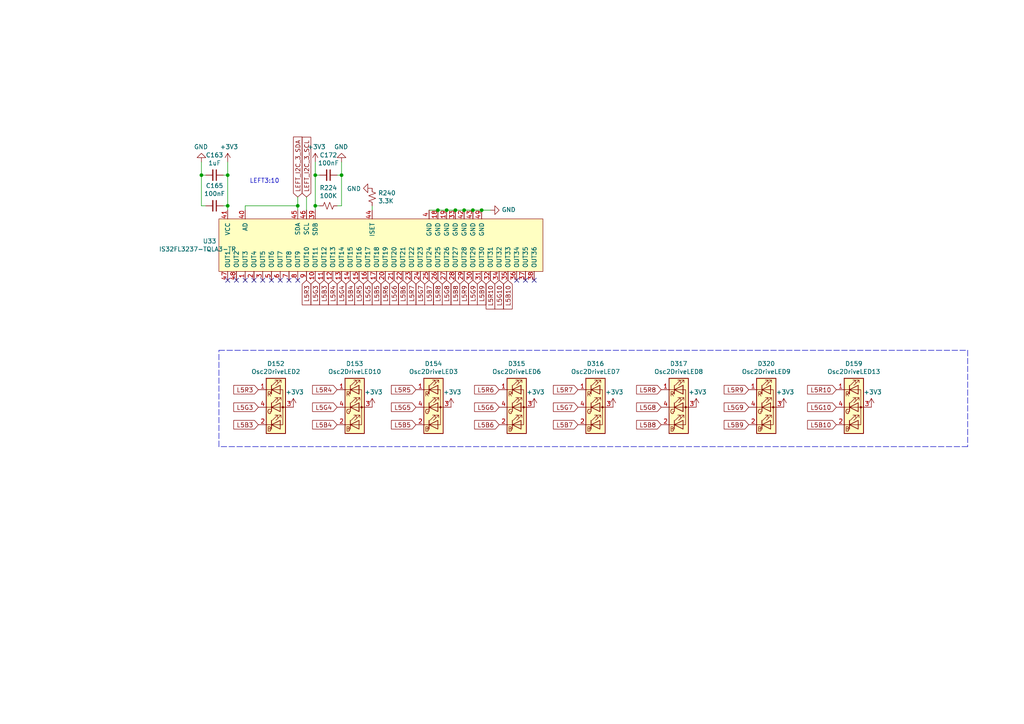
<source format=kicad_sch>
(kicad_sch (version 20210621) (generator eeschema)
  (paper "A4")
  (lib_symbols
    (symbol "Device:C_Small" (pin_numbers hide) (pin_names (offset 0.254) hide)
      (property "Reference" "C" (at 0.254 1.778 0))
      (property "Value" "C_Small" (at 0.254 -2.032 0))
      (symbol "C_Small_0_1"
        (polyline (pts (xy -1.524 -0.508) (xy 1.524 -0.508)) (stroke (width 0.3302)))
        (polyline (pts (xy -1.524 0.508) (xy 1.524 0.508)) (stroke (width 0.3048)))
      )
      (symbol "C_Small_1_1"
        (pin passive line (at 0 2.54 270) (length 2.032) (name "~") (number "1"))
        (pin passive line (at 0 -2.54 90) (length 2.032) (name "~") (number "2"))
      )
    )
    (symbol "Device:R_Small_US" (pin_numbers hide) (pin_names (offset 0.254) hide)
      (property "Reference" "R" (at 0.762 0.508 0))
      (property "Value" "R_Small_US" (at 0.762 -1.016 0))
      (symbol "R_Small_US_1_1"
        (polyline (pts (xy 0 0) (xy 1.016 -0.381) (xy 0 -0.762) (xy -1.016 -1.143) (xy 0 -1.524)))
        (polyline (pts (xy 0 1.524) (xy 1.016 1.143) (xy 0 0.762) (xy -1.016 0.381) (xy 0 0)))
        (pin passive line (at 0 2.54 270) (length 1.016) (name "~") (number "1"))
        (pin passive line (at 0 -2.54 90) (length 1.016) (name "~") (number "2"))
      )
    )
    (symbol "IS32FL3237:IS32FL3237-TQLA3-TR" (pin_names (offset 1.016))
      (property "Reference" "U" (at 0 0 0))
      (property "Value" "IS32FL3237-TQLA3-TR" (at 0 0 0))
      (symbol "IS32FL3237-TQLA3-TR_0_1"
        (rectangle (start -7.62 -2.54) (end 7.62 -96.52) (fill (type background)))
      )
      (symbol "IS32FL3237-TQLA3-TR_1_1"
        (pin output line (at 10.16 -10.16 180) (length 2.54) (name "OUT3") (number "1"))
        (pin output line (at 10.16 -30.48 180) (length 2.54) (name "OUT11") (number "10"))
        (pin output line (at 10.16 -33.02 180) (length 2.54) (name "OUT12") (number "11"))
        (pin output line (at 10.16 -35.56 180) (length 2.54) (name "OUT13") (number "12"))
        (pin output line (at 10.16 -38.1 180) (length 2.54) (name "OUT14") (number "13"))
        (pin output line (at 10.16 -40.64 180) (length 2.54) (name "OUT15") (number "14"))
        (pin output line (at 10.16 -43.18 180) (length 2.54) (name "OUT16") (number "15"))
        (pin output line (at 10.16 -45.72 180) (length 2.54) (name "OUT17") (number "16"))
        (pin output line (at 10.16 -48.26 180) (length 2.54) (name "OUT18") (number "17"))
        (pin power_in line (at -10.16 -66.04 0) (length 2.54) (name "GND") (number "18"))
        (pin power_in line (at -10.16 -68.58 0) (length 2.54) (name "GND") (number "19"))
        (pin output line (at 10.16 -12.7 180) (length 2.54) (name "OUT4") (number "2"))
        (pin output line (at 10.16 -50.8 180) (length 2.54) (name "OUT19") (number "20"))
        (pin output line (at 10.16 -53.34 180) (length 2.54) (name "OUT20") (number "21"))
        (pin output line (at 10.16 -55.88 180) (length 2.54) (name "OUT21") (number "22"))
        (pin output line (at 10.16 -58.42 180) (length 2.54) (name "OUT22") (number "23"))
        (pin output line (at 10.16 -60.96 180) (length 2.54) (name "OUT23") (number "24"))
        (pin output line (at 10.16 -63.5 180) (length 2.54) (name "OUT24") (number "25"))
        (pin output line (at 10.16 -66.04 180) (length 2.54) (name "OUT25") (number "26"))
        (pin output line (at 10.16 -68.58 180) (length 2.54) (name "OUT26") (number "27"))
        (pin output line (at 10.16 -71.12 180) (length 2.54) (name "OUT27") (number "28"))
        (pin output line (at 10.16 -73.66 180) (length 2.54) (name "OUT28") (number "29"))
        (pin output line (at 10.16 -15.24 180) (length 2.54) (name "OUT5") (number "3"))
        (pin output line (at 10.16 -76.2 180) (length 2.54) (name "OUT29") (number "30"))
        (pin output line (at 10.16 -78.74 180) (length 2.54) (name "OUT30") (number "31"))
        (pin output line (at 10.16 -81.28 180) (length 2.54) (name "OUT31") (number "32"))
        (pin power_in line (at -10.16 -71.12 0) (length 2.54) (name "GND") (number "33"))
        (pin output line (at 10.16 -83.82 180) (length 2.54) (name "OUT32") (number "34"))
        (pin output line (at 10.16 -86.36 180) (length 2.54) (name "OUT33") (number "35"))
        (pin output line (at 10.16 -88.9 180) (length 2.54) (name "OUT34") (number "36"))
        (pin output line (at 10.16 -91.44 180) (length 2.54) (name "OUT35") (number "37"))
        (pin output line (at 10.16 -93.98 180) (length 2.54) (name "OUT36") (number "38"))
        (pin input line (at -10.16 -30.48 0) (length 2.54) (name "SDB") (number "39"))
        (pin power_in line (at -10.16 -63.5 0) (length 2.54) (name "GND") (number "4"))
        (pin input line (at -10.16 -10.16 0) (length 2.54) (name "AD") (number "40"))
        (pin power_in line (at -10.16 -5.08 0) (length 2.54) (name "VCC") (number "41"))
        (pin power_in line (at -10.16 -73.66 0) (length 2.54) (name "GND") (number "42"))
        (pin power_in line (at -10.16 -76.2 0) (length 2.54) (name "GND") (number "43"))
        (pin input line (at -10.16 -46.99 0) (length 2.54) (name "ISET") (number "44"))
        (pin input line (at -10.16 -25.4 0) (length 2.54) (name "SDA") (number "45"))
        (pin input line (at -10.16 -27.94 0) (length 2.54) (name "SCL") (number "46"))
        (pin output line (at 10.16 -5.08 180) (length 2.54) (name "OUT1") (number "47"))
        (pin output line (at 10.16 -7.62 180) (length 2.54) (name "OUT2") (number "48"))
        (pin power_in line (at -10.16 -78.74 0) (length 2.54) (name "GND") (number "49"))
        (pin output line (at 10.16 -17.78 180) (length 2.54) (name "OUT6") (number "5"))
        (pin output line (at 10.16 -20.32 180) (length 2.54) (name "OUT7") (number "6"))
        (pin output line (at 10.16 -22.86 180) (length 2.54) (name "OUT8") (number "7"))
        (pin output line (at 10.16 -25.4 180) (length 2.54) (name "OUT9") (number "8"))
        (pin output line (at 10.16 -27.94 180) (length 2.54) (name "OUT10") (number "9"))
      )
    )
    (symbol "fm-b2020rgba-hg:FM-B2020RGBA-HG" (pin_names (offset 0) hide)
      (property "Reference" "D" (at 0 9.398 0))
      (property "Value" "FM-B2020RGBA-HG" (at 0 -8.89 0))
      (symbol "FM-B2020RGBA-HG_0_0"
        (text "B" (at -1.905 -6.35 0) (effects (font (size 1.27 1.27))))
        (text "G" (at -1.905 -1.27 0) (effects (font (size 1.27 1.27))))
        (text "R" (at -1.905 3.81 0) (effects (font (size 1.27 1.27))))
      )
      (symbol "FM-B2020RGBA-HG_0_1"
        (circle (center 2.032 0) (radius 0.254) (fill (type outline)))
        (rectangle (start 1.27 -1.27) (end 1.27 1.27))
        (rectangle (start 1.27 1.27) (end 1.27 1.27))
        (rectangle (start 1.27 3.81) (end 1.27 6.35))
        (rectangle (start 1.27 6.35) (end 1.27 6.35))
        (rectangle (start 2.794 8.382) (end -2.794 -7.62) (stroke (width 0.254)) (fill (type background)))
        (polyline (pts (xy -1.27 -5.08) (xy -2.54 -5.08)))
        (polyline (pts (xy -1.27 -5.08) (xy 1.27 -5.08)))
        (polyline (pts (xy -1.27 -3.81) (xy -1.27 -6.35)))
        (polyline (pts (xy -1.27 -3.81) (xy -1.27 -6.35)) (stroke (width 0.2032)))
        (polyline (pts (xy -1.27 0) (xy -2.54 0)))
        (polyline (pts (xy -1.27 0) (xy 1.27 0)))
        (polyline (pts (xy -1.27 1.27) (xy -1.27 -1.27)) (stroke (width 0.2032)))
        (polyline (pts (xy -1.27 5.08) (xy -2.54 5.08)))
        (polyline (pts (xy -1.27 6.35) (xy -1.27 3.81)) (stroke (width 0.2032)))
        (polyline (pts (xy 1.27 0) (xy 2.54 0)))
        (polyline (pts (xy 1.27 5.08) (xy -1.27 5.08)))
        (polyline (pts (xy -1.27 1.27) (xy -1.27 -1.27) (xy -1.27 -1.27)))
        (polyline (pts (xy -1.27 6.35) (xy -1.27 3.81) (xy -1.27 3.81)))
        (polyline (pts (xy 1.27 -5.08) (xy 2.032 -5.08) (xy 2.032 5.08) (xy 1.27 5.08)))
        (polyline (pts (xy 1.27 -3.81) (xy 1.27 -6.35) (xy -1.27 -5.08) (xy 1.27 -3.81)) (stroke (width 0.2032)))
        (polyline (pts (xy 1.27 1.27) (xy 1.27 -1.27) (xy -1.27 0) (xy 1.27 1.27)) (stroke (width 0.2032)))
        (polyline (pts (xy 1.27 6.35) (xy 1.27 3.81) (xy -1.27 5.08) (xy 1.27 6.35)) (stroke (width 0.2032)))
        (polyline (pts (xy -1.016 -3.81) (xy 0.508 -2.286) (xy -0.254 -2.286) (xy 0.508 -2.286) (xy 0.508 -3.048)))
        (polyline (pts (xy -1.016 1.27) (xy 0.508 2.794) (xy -0.254 2.794) (xy 0.508 2.794) (xy 0.508 2.032)))
        (polyline (pts (xy -1.016 6.35) (xy 0.508 7.874) (xy -0.254 7.874) (xy 0.508 7.874) (xy 0.508 7.112)))
        (polyline (pts (xy 0 -3.81) (xy 1.524 -2.286) (xy 0.762 -2.286) (xy 1.524 -2.286) (xy 1.524 -3.048)))
        (polyline (pts (xy 0 1.27) (xy 1.524 2.794) (xy 0.762 2.794) (xy 1.524 2.794) (xy 1.524 2.032)))
        (polyline (pts (xy 0 6.35) (xy 1.524 7.874) (xy 0.762 7.874) (xy 1.524 7.874) (xy 1.524 7.112)))
      )
      (symbol "FM-B2020RGBA-HG_1_1"
        (pin passive line (at -5.08 5.08 0) (length 2.54) (name "R-") (number "1"))
        (pin passive line (at -5.08 -5.08 0) (length 2.54) (name "B-") (number "2"))
        (pin passive line (at 5.08 0 180) (length 2.54) (name "+") (number "3"))
        (pin passive line (at -5.08 0 0) (length 2.54) (name "G-") (number "4"))
      )
    )
    (symbol "power:+3.3V" (power) (pin_names (offset 0))
      (property "Value" "+3.3V" (at 0 3.556 0))
      (symbol "+3.3V_0_1"
        (polyline (pts (xy -0.762 1.27) (xy 0 2.54)))
        (polyline (pts (xy 0 0) (xy 0 2.54)))
        (polyline (pts (xy 0 2.54) (xy 0.762 1.27)))
      )
      (symbol "+3.3V_1_1"
        (pin power_in line (at 0 0 90) (length 0) hide (name "+3V3") (number "1"))
      )
    )
    (symbol "power:GND" (power) (pin_names (offset 0))
      (property "Value" "GND" (at 0 -3.81 0))
      (symbol "GND_0_1"
        (polyline (pts (xy 0 0) (xy 0 -1.27) (xy 1.27 -1.27) (xy 0 -2.54) (xy -1.27 -1.27) (xy 0 -1.27)))
      )
      (symbol "GND_1_1"
        (pin power_in line (at 0 0 270) (length 0) hide (name "GND") (number "1"))
      )
    )
  )
  (junction (at 58.42 50.8))
  (junction (at 66.04 50.8))
  (junction (at 66.04 59.69))
  (junction (at 86.36 59.69))
  (junction (at 91.44 50.8))
  (junction (at 91.44 59.69))
  (junction (at 99.06 50.8))
  (junction (at 127 60.96))
  (junction (at 129.54 60.96))
  (junction (at 132.08 60.96))
  (junction (at 134.62 60.96))
  (junction (at 137.16 60.96))
  (junction (at 139.7 60.96))
  (no_connect (at 66.04 81.28))
  (no_connect (at 68.58 81.28))
  (no_connect (at 71.12 81.28))
  (no_connect (at 73.66 81.28))
  (no_connect (at 76.2 81.28))
  (no_connect (at 78.74 81.28))
  (no_connect (at 81.28 81.28))
  (no_connect (at 83.82 81.28))
  (no_connect (at 86.36 81.28))
  (no_connect (at 149.86 81.28))
  (no_connect (at 152.4 81.28))
  (no_connect (at 154.94 81.28))
  (wire (pts (xy 58.42 46.99) (xy 58.42 50.8)))
  (wire (pts (xy 58.42 50.8) (xy 58.42 59.69)))
  (wire (pts (xy 58.42 59.69) (xy 59.69 59.69)))
  (wire (pts (xy 59.69 50.8) (xy 58.42 50.8)))
  (wire (pts (xy 64.77 50.8) (xy 66.04 50.8)))
  (wire (pts (xy 64.77 59.69) (xy 66.04 59.69)))
  (wire (pts (xy 66.04 46.99) (xy 66.04 50.8)))
  (wire (pts (xy 66.04 50.8) (xy 66.04 59.69)))
  (wire (pts (xy 66.04 59.69) (xy 66.04 60.96)))
  (wire (pts (xy 71.12 59.69) (xy 71.12 60.96)))
  (wire (pts (xy 71.12 59.69) (xy 86.36 59.69)))
  (wire (pts (xy 86.36 57.15) (xy 86.36 59.69)))
  (wire (pts (xy 86.36 59.69) (xy 86.36 60.96)))
  (wire (pts (xy 88.9 57.15) (xy 88.9 60.96)))
  (wire (pts (xy 91.44 46.99) (xy 91.44 50.8)))
  (wire (pts (xy 91.44 50.8) (xy 91.44 59.69)))
  (wire (pts (xy 91.44 59.69) (xy 91.44 60.96)))
  (wire (pts (xy 92.71 50.8) (xy 91.44 50.8)))
  (wire (pts (xy 92.71 59.69) (xy 91.44 59.69)))
  (wire (pts (xy 97.79 50.8) (xy 99.06 50.8)))
  (wire (pts (xy 99.06 46.99) (xy 99.06 50.8)))
  (wire (pts (xy 99.06 50.8) (xy 99.06 59.69)))
  (wire (pts (xy 99.06 59.69) (xy 97.79 59.69)))
  (wire (pts (xy 107.95 59.69) (xy 107.95 60.96)))
  (wire (pts (xy 127 60.96) (xy 124.46 60.96)))
  (wire (pts (xy 129.54 60.96) (xy 127 60.96)))
  (wire (pts (xy 132.08 60.96) (xy 129.54 60.96)))
  (wire (pts (xy 134.62 60.96) (xy 132.08 60.96)))
  (wire (pts (xy 137.16 60.96) (xy 134.62 60.96)))
  (wire (pts (xy 139.7 60.96) (xy 137.16 60.96)))
  (wire (pts (xy 142.24 60.96) (xy 139.7 60.96)))
  (polyline (pts (xy 63.5 101.6) (xy 280.67 101.6)))
  (polyline (pts (xy 63.5 129.54) (xy 63.5 101.6)))
  (polyline (pts (xy 280.67 101.6) (xy 280.67 129.54)))
  (polyline (pts (xy 280.67 129.54) (xy 63.5 129.54)))
  (text "LEFT3:10" (at 72.39 53.34 0) (effects (font (size 1.27 1.27)) (justify left bottom)))
  (global_label "L5R3" (shape input) (at 74.93 113.03 180) (property "Intersheet References" "${INTERSHEET_REFS}" (effects hide)))
  (global_label "L5G3" (shape input) (at 74.93 118.11 180) (property "Intersheet References" "${INTERSHEET_REFS}" (effects hide)))
  (global_label "L5B3" (shape input) (at 74.93 123.19 180) (property "Intersheet References" "${INTERSHEET_REFS}" (effects hide)))
  (global_label "LEFT_I2C_3_SDA" (shape input) (at 86.36 57.15 90) (property "Intersheet References" "${INTERSHEET_REFS}" (effects hide)))
  (global_label "LEFT_I2C_3_SCL" (shape input) (at 88.9 57.15 90) (property "Intersheet References" "${INTERSHEET_REFS}" (effects hide)))
  (global_label "L5R3" (shape input) (at 88.9 81.28 270) (property "Intersheet References" "${INTERSHEET_REFS}" (effects hide)))
  (global_label "L5G3" (shape input) (at 91.44 81.28 270) (property "Intersheet References" "${INTERSHEET_REFS}" (effects hide)))
  (global_label "L5B3" (shape input) (at 93.98 81.28 270) (property "Intersheet References" "${INTERSHEET_REFS}" (effects hide)))
  (global_label "L5R4" (shape input) (at 96.52 81.28 270) (property "Intersheet References" "${INTERSHEET_REFS}" (effects hide)))
  (global_label "L5R4" (shape input) (at 97.79 113.03 180) (property "Intersheet References" "${INTERSHEET_REFS}" (effects hide)))
  (global_label "L5G4" (shape input) (at 97.79 118.11 180) (property "Intersheet References" "${INTERSHEET_REFS}" (effects hide)))
  (global_label "L5B4" (shape input) (at 97.79 123.19 180) (property "Intersheet References" "${INTERSHEET_REFS}" (effects hide)))
  (global_label "L5G4" (shape input) (at 99.06 81.28 270) (property "Intersheet References" "${INTERSHEET_REFS}" (effects hide)))
  (global_label "L5B4" (shape input) (at 101.6 81.28 270) (property "Intersheet References" "${INTERSHEET_REFS}" (effects hide)))
  (global_label "L5R5" (shape input) (at 104.14 81.28 270) (property "Intersheet References" "${INTERSHEET_REFS}" (effects hide)))
  (global_label "L5G5" (shape input) (at 106.68 81.28 270) (property "Intersheet References" "${INTERSHEET_REFS}" (effects hide)))
  (global_label "L5B5" (shape input) (at 109.22 81.28 270) (property "Intersheet References" "${INTERSHEET_REFS}" (effects hide)))
  (global_label "L5R6" (shape input) (at 111.76 81.28 270) (property "Intersheet References" "${INTERSHEET_REFS}" (effects hide)))
  (global_label "L5G6" (shape input) (at 114.3 81.28 270) (property "Intersheet References" "${INTERSHEET_REFS}" (effects hide)))
  (global_label "L5B6" (shape input) (at 116.84 81.28 270) (property "Intersheet References" "${INTERSHEET_REFS}" (effects hide)))
  (global_label "L5R7" (shape input) (at 119.38 81.28 270) (property "Intersheet References" "${INTERSHEET_REFS}" (effects hide)))
  (global_label "L5R5" (shape input) (at 120.65 113.03 180) (property "Intersheet References" "${INTERSHEET_REFS}" (effects hide)))
  (global_label "L5G5" (shape input) (at 120.65 118.11 180) (property "Intersheet References" "${INTERSHEET_REFS}" (effects hide)))
  (global_label "L5B5" (shape input) (at 120.65 123.19 180) (property "Intersheet References" "${INTERSHEET_REFS}" (effects hide)))
  (global_label "L5G7" (shape input) (at 121.92 81.28 270) (property "Intersheet References" "${INTERSHEET_REFS}" (effects hide)))
  (global_label "L5B7" (shape input) (at 124.46 81.28 270) (property "Intersheet References" "${INTERSHEET_REFS}" (effects hide)))
  (global_label "L5R8" (shape input) (at 127 81.28 270) (property "Intersheet References" "${INTERSHEET_REFS}" (effects hide)))
  (global_label "L5G8" (shape input) (at 129.54 81.28 270) (property "Intersheet References" "${INTERSHEET_REFS}" (effects hide)))
  (global_label "L5B8" (shape input) (at 132.08 81.28 270) (property "Intersheet References" "${INTERSHEET_REFS}" (effects hide)))
  (global_label "L5R9" (shape input) (at 134.62 81.28 270) (property "Intersheet References" "${INTERSHEET_REFS}" (effects hide)))
  (global_label "L5G9" (shape input) (at 137.16 81.28 270) (property "Intersheet References" "${INTERSHEET_REFS}" (effects hide)))
  (global_label "L5B9" (shape input) (at 139.7 81.28 270) (property "Intersheet References" "${INTERSHEET_REFS}" (effects hide)))
  (global_label "L5R10" (shape input) (at 142.24 81.28 270) (property "Intersheet References" "${INTERSHEET_REFS}" (effects hide)))
  (global_label "L5G10" (shape input) (at 144.78 81.28 270) (property "Intersheet References" "${INTERSHEET_REFS}" (effects hide)))
  (global_label "L5R6" (shape input) (at 144.78 113.03 180) (property "Intersheet References" "${INTERSHEET_REFS}" (effects hide)))
  (global_label "L5G6" (shape input) (at 144.78 118.11 180) (property "Intersheet References" "${INTERSHEET_REFS}" (effects hide)))
  (global_label "L5B6" (shape input) (at 144.78 123.19 180) (property "Intersheet References" "${INTERSHEET_REFS}" (effects hide)))
  (global_label "L5B10" (shape input) (at 147.32 81.28 270) (property "Intersheet References" "${INTERSHEET_REFS}" (effects hide)))
  (global_label "L5R7" (shape input) (at 167.64 113.03 180) (property "Intersheet References" "${INTERSHEET_REFS}" (effects hide)))
  (global_label "L5G7" (shape input) (at 167.64 118.11 180) (property "Intersheet References" "${INTERSHEET_REFS}" (effects hide)))
  (global_label "L5B7" (shape input) (at 167.64 123.19 180) (property "Intersheet References" "${INTERSHEET_REFS}" (effects hide)))
  (global_label "L5R8" (shape input) (at 191.77 113.03 180) (property "Intersheet References" "${INTERSHEET_REFS}" (effects hide)))
  (global_label "L5G8" (shape input) (at 191.77 118.11 180) (property "Intersheet References" "${INTERSHEET_REFS}" (effects hide)))
  (global_label "L5B8" (shape input) (at 191.77 123.19 180) (property "Intersheet References" "${INTERSHEET_REFS}" (effects hide)))
  (global_label "L5R9" (shape input) (at 217.17 113.03 180) (property "Intersheet References" "${INTERSHEET_REFS}" (effects hide)))
  (global_label "L5G9" (shape input) (at 217.17 118.11 180) (property "Intersheet References" "${INTERSHEET_REFS}" (effects hide)))
  (global_label "L5B9" (shape input) (at 217.17 123.19 180) (property "Intersheet References" "${INTERSHEET_REFS}" (effects hide)))
  (global_label "L5R10" (shape input) (at 242.57 113.03 180) (property "Intersheet References" "${INTERSHEET_REFS}" (effects hide)))
  (global_label "L5G10" (shape input) (at 242.57 118.11 180) (property "Intersheet References" "${INTERSHEET_REFS}" (effects hide)))
  (global_label "L5B10" (shape input) (at 242.57 123.19 180) (property "Intersheet References" "${INTERSHEET_REFS}" (effects hide)))
  (symbol (lib_id "power:+3.3V") (at 66.04 46.99 0) (unit 1)
    (property "Reference" "#PWR0405" (effects hide))
    (property "Value" "+3.3V" (at 66.421 42.5958 0))
  )
  (symbol (lib_id "power:+3.3V") (at 85.09 118.11 0) (unit 1)
    (property "Reference" "#PWR0738" (effects hide))
    (property "Value" "+3.3V" (at 85.471 113.7158 0))
  )
  (symbol (lib_id "power:+3.3V") (at 91.44 46.99 0) (unit 1)
    (property "Reference" "#PWR0411" (effects hide))
    (property "Value" "+3.3V" (at 91.821 42.5958 0))
  )
  (symbol (lib_id "power:+3.3V") (at 107.95 118.11 0) (unit 1)
    (property "Reference" "#PWR0739" (effects hide))
    (property "Value" "+3.3V" (at 108.331 113.7158 0))
  )
  (symbol (lib_id "power:+3.3V") (at 130.81 118.11 0) (unit 1)
    (property "Reference" "#PWR0740" (effects hide))
    (property "Value" "+3.3V" (at 131.191 113.7158 0))
  )
  (symbol (lib_id "power:+3.3V") (at 154.94 118.11 0) (unit 1)
    (property "Reference" "#PWR0741" (effects hide))
    (property "Value" "+3.3V" (at 155.321 113.7158 0))
  )
  (symbol (lib_id "power:+3.3V") (at 177.8 118.11 0) (unit 1)
    (property "Reference" "#PWR0742" (effects hide))
    (property "Value" "+3.3V" (at 178.181 113.7158 0))
  )
  (symbol (lib_id "power:+3.3V") (at 201.93 118.11 0) (unit 1)
    (property "Reference" "#PWR0743" (effects hide))
    (property "Value" "+3.3V" (at 202.311 113.7158 0))
  )
  (symbol (lib_id "power:+3.3V") (at 227.33 118.11 0) (unit 1)
    (property "Reference" "#PWR0744" (effects hide))
    (property "Value" "+3.3V" (at 227.711 113.7158 0))
  )
  (symbol (lib_id "power:+3.3V") (at 252.73 118.11 0) (unit 1)
    (property "Reference" "#PWR0745" (effects hide))
    (property "Value" "+3.3V" (at 253.111 113.7158 0))
  )
  (symbol (lib_id "power:GND") (at 58.42 46.99 180) (unit 1)
    (property "Reference" "#PWR0402" (effects hide))
    (property "Value" "GND" (at 58.293 42.5958 0))
  )
  (symbol (lib_id "power:GND") (at 99.06 46.99 180) (unit 1)
    (property "Reference" "#PWR0417" (effects hide))
    (property "Value" "GND" (at 98.933 42.5958 0))
  )
  (symbol (lib_id "power:GND") (at 107.95 54.61 270) (unit 1)
    (property "Reference" "#PWR0425" (effects hide))
    (property "Value" "GND" (at 104.6988 54.737 90) (effects (justify right)))
  )
  (symbol (lib_id "power:GND") (at 142.24 60.96 90) (unit 1)
    (property "Reference" "#PWR0435" (effects hide))
    (property "Value" "GND" (at 145.4912 60.833 90) (effects (justify right)))
  )
  (symbol (lib_id "Device:R_Small_US") (at 95.25 59.69 270) (unit 1)
    (property "Reference" "R224" (at 95.25 54.483 90))
    (property "Value" "100K" (at 95.25 56.7944 90))
    (property "Footprint" "Resistor_SMD:R_0402_1005Metric" (effects hide))
    (property "LCSC" " C25741" (effects hide))
  )
  (symbol (lib_id "Device:R_Small_US") (at 107.95 57.15 0) (unit 1)
    (property "Reference" "R240" (at 109.6772 55.9816 0) (effects (justify left)))
    (property "Value" "3.3K" (at 109.6772 58.293 0) (effects (justify left)))
    (property "Footprint" "Resistor_SMD:R_0402_1005Metric" (effects hide))
    (property "LCSC" "C25890" (effects hide))
  )
  (symbol (lib_id "Device:C_Small") (at 62.23 50.8 270) (unit 1)
    (property "Reference" "C163" (at 62.23 44.9834 90))
    (property "Value" "1uF" (at 62.23 47.2948 90))
    (property "Footprint" "Capacitor_SMD:C_0402_1005Metric" (effects hide))
    (property "LCSC" "C52923" (effects hide))
  )
  (symbol (lib_id "Device:C_Small") (at 62.23 59.69 270) (unit 1)
    (property "Reference" "C165" (at 62.23 53.8734 90))
    (property "Value" "100nF" (at 62.23 56.1848 90))
    (property "Footprint" "Capacitor_SMD:C_0402_1005Metric" (effects hide))
    (property "LCSC" "C1525" (effects hide))
  )
  (symbol (lib_id "Device:C_Small") (at 95.25 50.8 270) (unit 1)
    (property "Reference" "C172" (at 95.25 44.9834 90))
    (property "Value" "100nF" (at 95.25 47.2948 90))
    (property "Footprint" "Capacitor_SMD:C_0402_1005Metric" (effects hide))
    (property "LCSC" "C1525" (effects hide))
  )
  (symbol (lib_id "fm-b2020rgba-hg:FM-B2020RGBA-HG") (at 80.01 118.11 0) (unit 1)
    (property "Reference" "D152" (at 80.01 105.4862 0))
    (property "Value" "Osc2DriveLED2" (at 80.01 107.7976 0))
    (property "Footprint" "fm-b2020rgba-hg:FM-B2020RGBA-HG" (effects hide))
    (property "LCSC" "C108793" (effects hide))
  )
  (symbol (lib_id "fm-b2020rgba-hg:FM-B2020RGBA-HG") (at 102.87 118.11 0) (unit 1)
    (property "Reference" "D153" (at 102.87 105.4862 0))
    (property "Value" "Osc2DriveLED10" (at 102.87 107.7976 0))
    (property "Footprint" "fm-b2020rgba-hg:FM-B2020RGBA-HG" (effects hide))
    (property "LCSC" "C108793" (effects hide))
  )
  (symbol (lib_id "fm-b2020rgba-hg:FM-B2020RGBA-HG") (at 125.73 118.11 0) (unit 1)
    (property "Reference" "D154" (at 125.73 105.4862 0))
    (property "Value" "Osc2DriveLED3" (at 125.73 107.7976 0))
    (property "Footprint" "fm-b2020rgba-hg:FM-B2020RGBA-HG" (effects hide))
    (property "LCSC" "C108793" (effects hide))
  )
  (symbol (lib_id "fm-b2020rgba-hg:FM-B2020RGBA-HG") (at 149.86 118.11 0) (unit 1)
    (property "Reference" "D315" (at 149.86 105.4862 0))
    (property "Value" "Osc2DriveLED6" (at 149.86 107.7976 0))
    (property "Footprint" "fm-b2020rgba-hg:FM-B2020RGBA-HG" (effects hide))
    (property "LCSC" "C108793" (effects hide))
  )
  (symbol (lib_id "fm-b2020rgba-hg:FM-B2020RGBA-HG") (at 172.72 118.11 0) (unit 1)
    (property "Reference" "D316" (at 172.72 105.4862 0))
    (property "Value" "Osc2DriveLED7" (at 172.72 107.7976 0))
    (property "Footprint" "fm-b2020rgba-hg:FM-B2020RGBA-HG" (effects hide))
    (property "LCSC" "C108793" (effects hide))
  )
  (symbol (lib_id "fm-b2020rgba-hg:FM-B2020RGBA-HG") (at 196.85 118.11 0) (unit 1)
    (property "Reference" "D317" (at 196.85 105.4862 0))
    (property "Value" "Osc2DriveLED8" (at 196.85 107.7976 0))
    (property "Footprint" "fm-b2020rgba-hg:FM-B2020RGBA-HG" (effects hide))
    (property "LCSC" "C108793" (effects hide))
  )
  (symbol (lib_id "fm-b2020rgba-hg:FM-B2020RGBA-HG") (at 222.25 118.11 0) (unit 1)
    (property "Reference" "D320" (at 222.25 105.4862 0))
    (property "Value" "Osc2DriveLED9" (at 222.25 107.7976 0))
    (property "Footprint" "fm-b2020rgba-hg:FM-B2020RGBA-HG" (effects hide))
    (property "LCSC" "C108793" (effects hide))
  )
  (symbol (lib_id "fm-b2020rgba-hg:FM-B2020RGBA-HG") (at 247.65 118.11 0) (unit 1)
    (property "Reference" "D159" (at 247.65 105.4862 0))
    (property "Value" "Osc2DriveLED13" (at 247.65 107.7976 0))
    (property "Footprint" "fm-b2020rgba-hg:FM-B2020RGBA-HG" (effects hide))
    (property "LCSC" "C108793" (effects hide))
  )
  (symbol (lib_id "IS32FL3237:IS32FL3237-TQLA3-TR") (at 60.96 71.12 90) (mirror x) (unit 1)
    (property "Reference" "U33" (at 62.7888 69.9516 90) (effects (justify left)))
    (property "Value" "IS32FL3237-TQLA3-TR" (at 68.5038 72.263 90) (effects (justify left)))
    (property "Footprint" "Package_QFP:TQFP-48-1EP_7x7mm_P0.5mm_EP5x5mm" (effects hide))
  )
)
</source>
